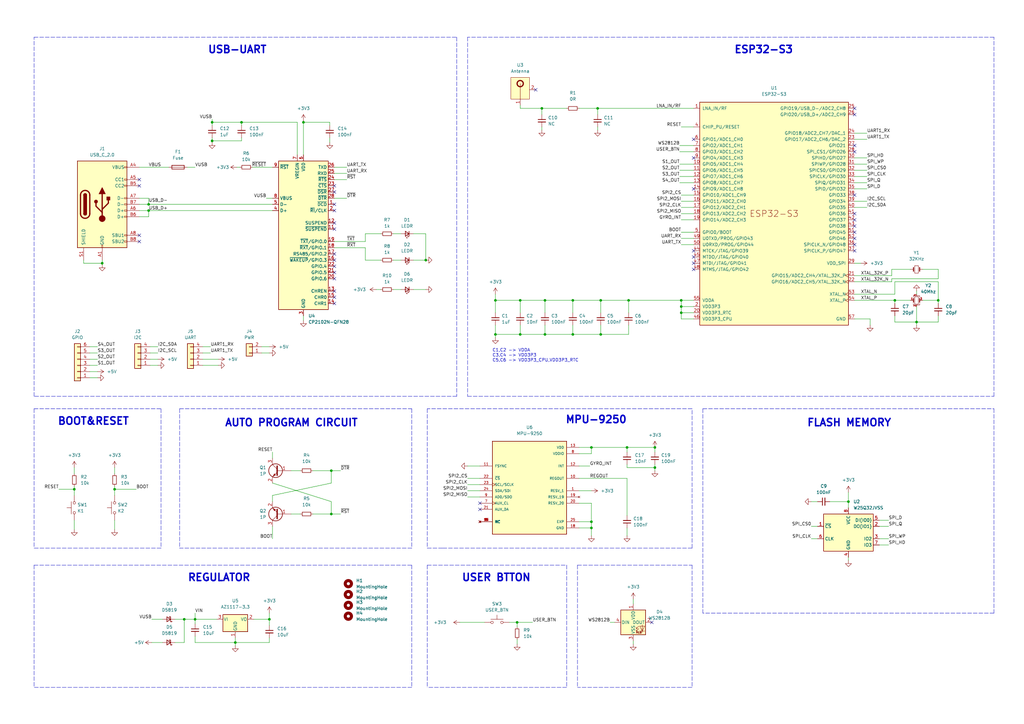
<source format=kicad_sch>
(kicad_sch (version 20211123) (generator eeschema)
  (paper "A3")
  (title_block (date "2022-11-17"))
  (junction (at 223.52 137.16))
  (junction (at 223.52 123.19))
  (junction (at 242.57 213.995))
  (junction (at 41.91 107.95))
  (junction (at 268.605 191.77))
  (junction (at 213.36 123.19))
  (junction (at 279.4 128.27))
  (junction (at 268.605 183.515))
  (junction (at 213.36 137.16))
  (junction (at 384.81 123.19))
  (junction (at 46.99 200.66))
  (junction (at 86.995 50.165))
  (junction (at 80.01 254))
  (junction (at 135.89 210.82))
  (junction (at 124.46 50.165))
  (junction (at 110.49 254))
  (junction (at 375.92 132.08))
  (junction (at 257.175 183.515))
  (junction (at 279.4 123.19))
  (junction (at 99.06 50.165))
  (junction (at 203.2 137.16))
  (junction (at 367.03 123.19))
  (junction (at 135.89 193.04))
  (junction (at 30.48 200.66))
  (junction (at 234.95 123.19))
  (junction (at 246.38 123.19))
  (junction (at 279.4 125.73))
  (junction (at 86.995 57.785))
  (junction (at 246.38 137.16))
  (junction (at 203.2 123.19))
  (junction (at 174.625 106.68))
  (junction (at 347.98 205.74))
  (junction (at 242.57 216.535))
  (junction (at 234.95 137.16))
  (junction (at 242.57 183.515))
  (junction (at 212.09 255.27))
  (junction (at 96.52 263.525))
  (junction (at 60.96 83.82))
  (junction (at 245.11 44.45))
  (junction (at 75.565 254))
  (junction (at 257.81 123.19))
  (junction (at 60.96 86.36))
  (junction (at 222.25 44.45))
  (no_connect (at 219.71 36.83))
  (no_connect (at 284.48 102.87))
  (no_connect (at 284.48 105.41))
  (no_connect (at 284.48 107.95))
  (no_connect (at 284.48 110.49))
  (no_connect (at 267.335 255.27))
  (no_connect (at 284.48 77.47))
  (no_connect (at 284.48 64.77))
  (no_connect (at 284.48 57.15))
  (no_connect (at 350.52 87.63))
  (no_connect (at 350.52 80.01))
  (no_connect (at 350.52 90.17))
  (no_connect (at 350.52 92.71))
  (no_connect (at 350.52 62.23))
  (no_connect (at 350.52 59.69))
  (no_connect (at 350.52 44.45))
  (no_connect (at 350.52 46.99))
  (no_connect (at 196.85 206.375))
  (no_connect (at 196.85 208.915))
  (no_connect (at 137.16 91.44))
  (no_connect (at 137.16 93.98))
  (no_connect (at 137.16 76.2))
  (no_connect (at 137.16 78.74))
  (no_connect (at 350.52 100.33))
  (no_connect (at 350.52 102.87))
  (no_connect (at 350.52 97.79))
  (no_connect (at 350.52 95.25))
  (no_connect (at 137.16 104.14))
  (no_connect (at 137.16 106.68))
  (no_connect (at 137.16 109.22))
  (no_connect (at 137.16 111.76))
  (no_connect (at 137.16 114.3))
  (no_connect (at 137.16 119.38))
  (no_connect (at 137.16 121.92))
  (no_connect (at 137.16 124.46))
  (no_connect (at 57.15 76.2))
  (no_connect (at 57.15 73.66))
  (no_connect (at 57.15 96.52))
  (no_connect (at 57.15 99.06))
  (no_connect (at 137.16 83.82))
  (no_connect (at 137.16 86.36))
  (wire (pts (xy 384.81 123.19) (xy 384.81 124.46)))
  (wire (pts (xy 367.03 132.08) (xy 375.92 132.08)))
  (wire (pts (xy 278.765 74.93) (xy 284.48 74.93)))
  (wire (pts (xy 350.52 57.15) (xy 355.6 57.15)))
  (wire (pts (xy 46.99 200.66) (xy 46.99 203.2)))
  (wire (pts (xy 191.77 196.215) (xy 196.85 196.215)))
  (wire (pts (xy 57.15 81.28) (xy 60.96 81.28)))
  (polyline (pts (xy 66.04 224.79) (xy 13.97 224.79)))
  (wire (pts (xy 384.81 115.57) (xy 384.81 123.19)))
  (wire (pts (xy 350.52 82.55) (xy 355.6 82.55)))
  (wire (pts (xy 76.835 68.58) (xy 80.01 68.58)))
  (wire (pts (xy 61.595 147.32) (xy 64.77 147.32)))
  (wire (pts (xy 332.74 220.98) (xy 335.28 220.98)))
  (wire (pts (xy 268.605 190.5) (xy 268.605 191.77)))
  (wire (pts (xy 57.15 88.9) (xy 60.96 88.9)))
  (wire (pts (xy 46.99 200.66) (xy 55.88 200.66)))
  (wire (pts (xy 356.87 130.81) (xy 356.87 133.35)))
  (wire (pts (xy 373.38 110.49) (xy 365.76 110.49)))
  (wire (pts (xy 257.175 211.455) (xy 257.175 196.215)))
  (wire (pts (xy 213.36 133.35) (xy 213.36 137.16)))
  (wire (pts (xy 99.06 50.165) (xy 99.06 51.435)))
  (wire (pts (xy 257.175 216.535) (xy 257.175 219.71)))
  (wire (pts (xy 375.92 119.38) (xy 375.92 120.65)))
  (wire (pts (xy 223.52 123.19) (xy 223.52 128.27)))
  (polyline (pts (xy 175.26 231.775) (xy 232.41 231.775)))
  (wire (pts (xy 135.255 50.165) (xy 135.255 51.435)))
  (polyline (pts (xy 168.91 281.94) (xy 13.97 281.94)))
  (wire (pts (xy 97.155 68.58) (xy 98.425 68.58)))
  (wire (pts (xy 30.48 213.36) (xy 30.48 217.17)))
  (polyline (pts (xy 175.26 224.79) (xy 181.61 224.79)))
  (wire (pts (xy 107.315 142.24) (xy 110.49 142.24)))
  (wire (pts (xy 350.52 130.81) (xy 356.87 130.81)))
  (wire (pts (xy 30.48 199.39) (xy 30.48 200.66)))
  (wire (pts (xy 99.06 57.785) (xy 86.995 57.785)))
  (wire (pts (xy 103.505 68.58) (xy 111.76 68.58)))
  (wire (pts (xy 268.605 191.77) (xy 268.605 193.04)))
  (polyline (pts (xy 181.61 224.79) (xy 283.845 224.79)))
  (wire (pts (xy 232.41 44.45) (xy 222.25 44.45)))
  (wire (pts (xy 36.83 149.86) (xy 40.005 149.86)))
  (polyline (pts (xy 236.855 231.775) (xy 283.845 231.775)))
  (wire (pts (xy 365.76 114.3) (xy 384.81 114.3)))
  (wire (pts (xy 86.995 50.165) (xy 86.995 51.435)))
  (wire (pts (xy 161.29 95.885) (xy 164.465 95.885)))
  (wire (pts (xy 213.36 123.19) (xy 213.36 128.27)))
  (wire (pts (xy 367.03 123.19) (xy 367.03 124.46)))
  (wire (pts (xy 111.76 187.96) (xy 111.76 185.42)))
  (wire (pts (xy 350.52 120.65) (xy 367.03 120.65)))
  (wire (pts (xy 347.98 205.74) (xy 347.98 208.28)))
  (wire (pts (xy 128.27 193.04) (xy 135.89 193.04)))
  (wire (pts (xy 237.49 191.135) (xy 241.935 191.135)))
  (wire (pts (xy 188.595 255.27) (xy 198.755 255.27)))
  (wire (pts (xy 62.23 263.525) (xy 66.675 263.525)))
  (wire (pts (xy 237.49 44.45) (xy 245.11 44.45)))
  (wire (pts (xy 279.4 128.27) (xy 284.48 128.27)))
  (wire (pts (xy 149.86 101.6) (xy 137.16 101.6)))
  (polyline (pts (xy 232.41 281.94) (xy 175.26 281.94)))
  (wire (pts (xy 242.57 186.055) (xy 242.57 183.515)))
  (wire (pts (xy 169.545 106.68) (xy 174.625 106.68)))
  (polyline (pts (xy 288.29 167.64) (xy 288.29 251.46)))
  (wire (pts (xy 257.81 123.19) (xy 279.4 123.19)))
  (wire (pts (xy 208.915 255.27) (xy 212.09 255.27)))
  (wire (pts (xy 86.995 48.895) (xy 86.995 50.165)))
  (wire (pts (xy 350.52 107.95) (xy 353.06 107.95)))
  (wire (pts (xy 111.76 198.12) (xy 135.89 205.74)))
  (polyline (pts (xy 236.855 231.775) (xy 236.855 281.94)))
  (wire (pts (xy 242.57 206.375) (xy 242.57 213.995)))
  (wire (pts (xy 149.86 99.06) (xy 149.86 95.885)))
  (wire (pts (xy 123.19 210.82) (xy 119.38 210.82)))
  (wire (pts (xy 279.4 82.55) (xy 284.48 82.55)))
  (wire (pts (xy 242.57 216.535) (xy 242.57 219.71)))
  (polyline (pts (xy 191.77 162.56) (xy 407.67 162.56)))
  (wire (pts (xy 169.545 95.885) (xy 174.625 95.885)))
  (wire (pts (xy 191.77 198.755) (xy 196.85 198.755)))
  (wire (pts (xy 350.52 69.85) (xy 355.6 69.85)))
  (wire (pts (xy 350.52 74.93) (xy 355.6 74.93)))
  (polyline (pts (xy 407.67 15.24) (xy 191.77 15.24)))
  (wire (pts (xy 332.74 215.9) (xy 335.28 215.9)))
  (wire (pts (xy 222.25 44.45) (xy 222.25 46.99)))
  (wire (pts (xy 223.52 123.19) (xy 234.95 123.19)))
  (wire (pts (xy 279.4 125.73) (xy 279.4 123.19)))
  (wire (pts (xy 24.13 200.66) (xy 30.48 200.66)))
  (wire (pts (xy 373.38 123.19) (xy 367.03 123.19)))
  (wire (pts (xy 222.25 52.07) (xy 222.25 53.34)))
  (wire (pts (xy 110.49 256.54) (xy 110.49 254)))
  (wire (pts (xy 111.76 203.2) (xy 135.89 198.12)))
  (wire (pts (xy 242.57 183.515) (xy 257.175 183.515)))
  (wire (pts (xy 245.11 44.45) (xy 245.11 46.99)))
  (wire (pts (xy 279.4 97.79) (xy 284.48 97.79)))
  (polyline (pts (xy 13.97 15.24) (xy 187.325 15.24)))
  (wire (pts (xy 279.4 128.27) (xy 279.4 125.73)))
  (wire (pts (xy 350.52 67.31) (xy 355.6 67.31)))
  (wire (pts (xy 257.175 190.5) (xy 257.175 191.77)))
  (wire (pts (xy 237.49 216.535) (xy 242.57 216.535)))
  (wire (pts (xy 350.52 77.47) (xy 355.6 77.47)))
  (wire (pts (xy 350.52 115.57) (xy 365.76 115.57)))
  (polyline (pts (xy 168.91 231.775) (xy 168.91 281.94)))
  (wire (pts (xy 80.01 260.985) (xy 80.01 263.525)))
  (wire (pts (xy 75.565 254) (xy 80.01 254)))
  (wire (pts (xy 128.27 210.82) (xy 135.89 210.82)))
  (wire (pts (xy 246.38 123.19) (xy 257.81 123.19)))
  (polyline (pts (xy 407.67 251.46) (xy 288.29 251.46)))
  (polyline (pts (xy 168.91 167.64) (xy 168.91 224.79)))
  (wire (pts (xy 347.98 201.93) (xy 347.98 205.74)))
  (wire (pts (xy 34.29 107.95) (xy 41.91 107.95)))
  (wire (pts (xy 203.2 123.19) (xy 213.36 123.19)))
  (wire (pts (xy 107.315 144.78) (xy 110.49 144.78)))
  (wire (pts (xy 203.2 120.65) (xy 203.2 123.19)))
  (wire (pts (xy 278.765 72.39) (xy 284.48 72.39)))
  (polyline (pts (xy 187.325 162.56) (xy 13.97 162.56)))
  (wire (pts (xy 161.29 118.745) (xy 164.465 118.745)))
  (polyline (pts (xy 232.41 231.775) (xy 232.41 281.94)))
  (wire (pts (xy 137.16 81.28) (xy 142.24 81.28)))
  (wire (pts (xy 137.16 71.12) (xy 142.24 71.12)))
  (wire (pts (xy 257.175 183.515) (xy 257.175 185.42)))
  (wire (pts (xy 83.185 149.86) (xy 89.535 149.86)))
  (wire (pts (xy 279.4 85.09) (xy 284.48 85.09)))
  (wire (pts (xy 34.29 106.68) (xy 34.29 107.95)))
  (polyline (pts (xy 187.325 15.24) (xy 187.325 162.56)))
  (wire (pts (xy 110.49 261.62) (xy 110.49 263.525)))
  (wire (pts (xy 246.38 123.19) (xy 246.38 128.27)))
  (wire (pts (xy 149.86 95.885) (xy 156.21 95.885)))
  (wire (pts (xy 259.715 245.745) (xy 259.715 247.65)))
  (polyline (pts (xy 288.29 167.64) (xy 407.67 167.64)))
  (wire (pts (xy 257.81 137.16) (xy 246.38 137.16)))
  (polyline (pts (xy 13.97 162.56) (xy 13.97 15.24)))
  (wire (pts (xy 384.81 110.49) (xy 378.46 110.49)))
  (wire (pts (xy 83.185 144.78) (xy 86.36 144.78)))
  (wire (pts (xy 213.36 123.19) (xy 223.52 123.19)))
  (wire (pts (xy 111.76 215.9) (xy 111.76 220.98)))
  (wire (pts (xy 191.77 191.135) (xy 196.85 191.135)))
  (wire (pts (xy 350.52 72.39) (xy 355.6 72.39)))
  (wire (pts (xy 86.995 56.515) (xy 86.995 57.785)))
  (wire (pts (xy 137.16 99.06) (xy 149.86 99.06)))
  (wire (pts (xy 212.09 255.27) (xy 212.09 257.175)))
  (wire (pts (xy 279.4 80.01) (xy 284.48 80.01)))
  (wire (pts (xy 57.15 86.36) (xy 60.96 86.36)))
  (wire (pts (xy 237.49 206.375) (xy 242.57 206.375)))
  (wire (pts (xy 46.99 191.77) (xy 46.99 194.31)))
  (wire (pts (xy 237.49 183.515) (xy 242.57 183.515)))
  (wire (pts (xy 250.19 255.27) (xy 252.095 255.27)))
  (wire (pts (xy 279.4 87.63) (xy 284.48 87.63)))
  (wire (pts (xy 350.52 54.61) (xy 355.6 54.61)))
  (wire (pts (xy 223.52 133.35) (xy 223.52 137.16)))
  (wire (pts (xy 99.06 50.165) (xy 121.92 50.165)))
  (wire (pts (xy 284.48 130.81) (xy 279.4 130.81)))
  (wire (pts (xy 135.89 193.04) (xy 135.89 198.12)))
  (wire (pts (xy 278.765 62.23) (xy 284.48 62.23)))
  (polyline (pts (xy 283.845 167.64) (xy 175.26 167.64)))
  (wire (pts (xy 279.4 95.25) (xy 284.48 95.25)))
  (wire (pts (xy 60.96 83.82) (xy 111.76 83.82)))
  (wire (pts (xy 30.48 191.77) (xy 30.48 194.31)))
  (wire (pts (xy 234.95 123.19) (xy 234.95 128.27)))
  (wire (pts (xy 203.2 133.35) (xy 203.2 137.16)))
  (polyline (pts (xy 175.26 231.775) (xy 175.26 281.94)))
  (wire (pts (xy 257.175 196.215) (xy 237.49 196.215)))
  (wire (pts (xy 46.99 199.39) (xy 46.99 200.66)))
  (wire (pts (xy 46.99 213.36) (xy 46.99 217.17)))
  (wire (pts (xy 360.68 215.9) (xy 364.49 215.9)))
  (wire (pts (xy 60.96 86.36) (xy 111.76 86.36)))
  (wire (pts (xy 96.52 263.525) (xy 96.52 264.795)))
  (wire (pts (xy 279.4 100.33) (xy 284.48 100.33)))
  (wire (pts (xy 350.52 64.77) (xy 355.6 64.77)))
  (wire (pts (xy 36.83 142.24) (xy 40.005 142.24)))
  (wire (pts (xy 57.15 68.58) (xy 69.215 68.58)))
  (polyline (pts (xy 283.845 281.94) (xy 236.855 281.94)))
  (wire (pts (xy 71.755 263.525) (xy 75.565 263.525)))
  (wire (pts (xy 86.995 57.785) (xy 86.995 58.42)))
  (wire (pts (xy 80.01 254) (xy 88.9 254)))
  (polyline (pts (xy 13.97 167.64) (xy 66.04 167.64)))
  (wire (pts (xy 279.4 52.07) (xy 284.48 52.07)))
  (wire (pts (xy 60.96 81.28) (xy 60.96 83.82)))
  (wire (pts (xy 212.09 262.255) (xy 212.09 264.16)))
  (wire (pts (xy 367.03 115.57) (xy 384.81 115.57)))
  (wire (pts (xy 360.68 213.36) (xy 364.49 213.36)))
  (wire (pts (xy 135.255 56.515) (xy 135.255 58.42)))
  (wire (pts (xy 119.38 193.04) (xy 123.19 193.04)))
  (wire (pts (xy 139.7 193.04) (xy 135.89 193.04)))
  (wire (pts (xy 365.76 115.57) (xy 365.76 114.3)))
  (wire (pts (xy 86.995 50.165) (xy 99.06 50.165)))
  (wire (pts (xy 139.7 210.82) (xy 135.89 210.82)))
  (wire (pts (xy 137.16 73.66) (xy 142.24 73.66)))
  (wire (pts (xy 332.74 205.74) (xy 335.28 205.74)))
  (wire (pts (xy 365.76 113.03) (xy 350.52 113.03)))
  (wire (pts (xy 384.81 132.08) (xy 375.92 132.08)))
  (wire (pts (xy 83.185 147.32) (xy 89.535 147.32)))
  (wire (pts (xy 191.77 201.295) (xy 196.85 201.295)))
  (polyline (pts (xy 175.26 167.64) (xy 175.26 224.79)))
  (polyline (pts (xy 66.04 167.64) (xy 66.04 224.79)))
  (wire (pts (xy 149.86 106.68) (xy 149.86 101.6)))
  (polyline (pts (xy 13.97 167.64) (xy 13.97 224.79)))
  (wire (pts (xy 62.23 254) (xy 66.675 254)))
  (wire (pts (xy 245.11 44.45) (xy 284.48 44.45)))
  (wire (pts (xy 36.83 152.4) (xy 40.005 152.4)))
  (wire (pts (xy 213.36 137.16) (xy 203.2 137.16)))
  (wire (pts (xy 234.95 137.16) (xy 223.52 137.16)))
  (wire (pts (xy 278.765 67.31) (xy 284.48 67.31)))
  (wire (pts (xy 279.4 90.17) (xy 284.48 90.17)))
  (wire (pts (xy 110.49 251.46) (xy 110.49 254)))
  (wire (pts (xy 245.11 52.07) (xy 245.11 53.34)))
  (wire (pts (xy 80.01 251.46) (xy 80.01 254)))
  (wire (pts (xy 124.46 49.53) (xy 124.46 50.165)))
  (wire (pts (xy 278.765 59.69) (xy 284.48 59.69)))
  (wire (pts (xy 41.91 107.95) (xy 41.91 108.585)))
  (wire (pts (xy 375.92 132.08) (xy 375.92 133.35)))
  (wire (pts (xy 75.565 263.525) (xy 75.565 254)))
  (wire (pts (xy 110.49 263.525) (xy 96.52 263.525)))
  (wire (pts (xy 121.92 50.165) (xy 121.92 63.5)))
  (wire (pts (xy 367.03 129.54) (xy 367.03 132.08)))
  (polyline (pts (xy 283.845 231.775) (xy 283.845 281.94)))
  (wire (pts (xy 237.49 213.995) (xy 242.57 213.995)))
  (wire (pts (xy 360.68 220.98) (xy 364.49 220.98)))
  (wire (pts (xy 246.38 133.35) (xy 246.38 137.16)))
  (wire (pts (xy 259.715 262.89) (xy 259.715 264.16)))
  (wire (pts (xy 124.46 129.54) (xy 124.46 131.445)))
  (wire (pts (xy 279.4 130.81) (xy 279.4 128.27)))
  (wire (pts (xy 109.22 81.28) (xy 111.76 81.28)))
  (wire (pts (xy 110.49 254) (xy 104.14 254)))
  (wire (pts (xy 57.15 83.82) (xy 60.96 83.82)))
  (wire (pts (xy 279.4 123.19) (xy 284.48 123.19)))
  (wire (pts (xy 257.81 133.35) (xy 257.81 137.16)))
  (wire (pts (xy 340.36 205.74) (xy 347.98 205.74)))
  (wire (pts (xy 212.09 255.27) (xy 218.44 255.27)))
  (wire (pts (xy 203.2 123.19) (xy 203.2 128.27)))
  (wire (pts (xy 174.625 95.885) (xy 174.625 106.68)))
  (wire (pts (xy 347.98 228.6) (xy 347.98 229.87)))
  (wire (pts (xy 111.76 205.74) (xy 111.76 203.2)))
  (wire (pts (xy 384.81 114.3) (xy 384.81 110.49)))
  (wire (pts (xy 36.83 144.78) (xy 40.005 144.78)))
  (wire (pts (xy 375.92 125.73) (xy 375.92 132.08)))
  (wire (pts (xy 135.89 205.74) (xy 135.89 210.82)))
  (wire (pts (xy 268.605 183.515) (xy 268.605 185.42)))
  (wire (pts (xy 350.52 123.19) (xy 367.03 123.19)))
  (wire (pts (xy 96.52 261.62) (xy 96.52 263.525)))
  (wire (pts (xy 384.81 129.54) (xy 384.81 132.08)))
  (wire (pts (xy 80.01 254) (xy 80.01 255.905)))
  (wire (pts (xy 71.755 254) (xy 75.565 254)))
  (wire (pts (xy 61.595 149.86) (xy 64.77 149.86)))
  (wire (pts (xy 61.595 144.78) (xy 64.77 144.78)))
  (polyline (pts (xy 13.97 231.775) (xy 168.91 231.775)))
  (wire (pts (xy 161.29 106.68) (xy 164.465 106.68)))
  (wire (pts (xy 257.175 191.77) (xy 268.605 191.77)))
  (wire (pts (xy 99.06 56.515) (xy 99.06 57.785)))
  (wire (pts (xy 234.95 123.19) (xy 246.38 123.19)))
  (wire (pts (xy 360.68 223.52) (xy 364.49 223.52)))
  (wire (pts (xy 222.25 44.45) (xy 213.36 44.45)))
  (polyline (pts (xy 407.67 162.56) (xy 407.67 15.24)))
  (wire (pts (xy 257.81 123.19) (xy 257.81 128.27)))
  (polyline (pts (xy 407.67 167.64) (xy 407.67 251.46)))
  (wire (pts (xy 257.175 183.515) (xy 268.605 183.515)))
  (polyline (pts (xy 73.66 167.64) (xy 73.66 224.79)))
  (wire (pts (xy 279.4 125.73) (xy 284.48 125.73)))
  (wire (pts (xy 36.83 154.94) (xy 40.005 154.94)))
  (wire (pts (xy 223.52 137.16) (xy 213.36 137.16)))
  (wire (pts (xy 124.46 50.165) (xy 135.255 50.165)))
  (wire (pts (xy 367.03 120.65) (xy 367.03 115.57)))
  (wire (pts (xy 83.185 142.24) (xy 86.36 142.24)))
  (wire (pts (xy 278.765 69.85) (xy 284.48 69.85)))
  (wire (pts (xy 36.83 147.32) (xy 40.005 147.32)))
  (wire (pts (xy 156.21 106.68) (xy 149.86 106.68)))
  (wire (pts (xy 169.545 118.745) (xy 174.625 118.745)))
  (wire (pts (xy 137.16 68.58) (xy 142.24 68.58)))
  (polyline (pts (xy 283.845 224.79) (xy 283.845 167.64)))
  (wire (pts (xy 365.76 110.49) (xy 365.76 113.03)))
  (wire (pts (xy 80.01 263.525) (xy 96.52 263.525)))
  (wire (pts (xy 30.48 200.66) (xy 30.48 203.2)))
  (wire (pts (xy 242.57 213.995) (xy 242.57 216.535)))
  (wire (pts (xy 61.595 142.24) (xy 64.77 142.24)))
  (polyline (pts (xy 168.91 224.79) (xy 73.66 224.79)))
  (wire (pts (xy 191.77 203.835) (xy 196.85 203.835)))
  (wire (pts (xy 350.52 85.09) (xy 355.6 85.09)))
  (wire (pts (xy 246.38 137.16) (xy 234.95 137.16)))
  (wire (pts (xy 124.46 50.165) (xy 124.46 63.5)))
  (polyline (pts (xy 13.97 231.775) (xy 13.97 281.94)))
  (polyline (pts (xy 191.77 15.24) (xy 191.77 162.56)))
  (polyline (pts (xy 73.66 167.64) (xy 168.91 167.64)))
  (wire (pts (xy 237.49 186.055) (xy 242.57 186.055)))
  (wire (pts (xy 237.49 201.295) (xy 242.57 201.295)))
  (wire (pts (xy 213.36 44.45) (xy 213.36 43.18)))
  (wire (pts (xy 154.305 118.745) (xy 156.21 118.745)))
  (wire (pts (xy 41.91 106.68) (xy 41.91 107.95)))
  (wire (pts (xy 378.46 123.19) (xy 384.81 123.19)))
  (wire (pts (xy 60.96 88.9) (xy 60.96 86.36)))
  (wire (pts (xy 203.2 137.16) (xy 203.2 138.43)))
  (wire (pts (xy 234.95 133.35) (xy 234.95 137.16)))
  (text "FLASH MEMORY" (at 330.835 175.26 0) (effects (font (size 3 3) bold) (justify left bottom)))
  (text "USB-UART" (at 85.09 22.225 0) (effects (font (size 3 3) bold) (justify left bottom)))
  (text "AUTO PROGRAM CIRCUIT" (at 92.075 175.26 0) (effects (font (size 3 3) bold) (justify left bottom)))
  (text "BOOT&RESET" (at 23.495 174.625 0) (effects (font (size 3 3) bold) (justify left bottom)))
  (text "ESP32-S3" (at 300.99 22.225 0) (effects (font (size 3 3) bold) (justify left bottom)))
  (text "C1,C2 -> VDDA\nC3,C4 -> VDD3P3\nC5,C6 -> VDD3P3_CPU,VDD3P3_RTC" (at 201.93 148.59 0) (effects (font (size 1.27 1.27)) (justify left bottom)))
  (text "MPU-9250" (at 231.775 173.99 0) (effects (font (size 3 3) bold) (justify left bottom)))
  (text "USER BTTON" (at 189.23 238.76 0) (effects (font (size 3 3) (thickness 0.6) bold) (justify left bottom)))
  (text "REGULATOR" (at 76.835 238.76 0) (effects (font (size 3 3) bold) (justify left bottom)))
  (label "S3_OUT" (at 40.005 144.78 0))
  (label "XTAL_P" (at 353.06 123.19 0))
  (label "SPI2_MISO" (at 191.77 203.835 180))
  (label "VUSB" (at 62.23 254 180))
  (label "~{RXT}" (at 142.24 101.6 0))
  (label "GYRO_INT" (at 279.4 90.17 180))
  (label "~{DTR}" (at 139.7 193.04 0))
  (label "SPI_D" (at 364.49 213.36 0))
  (label "LNA_IN{slash}RF" (at 279.4 44.45 180))
  (label "S1_OUT" (at 278.765 67.31 180))
  (label "~{DTR}" (at 142.24 81.28 0))
  (label "S2_OUT" (at 40.005 147.32 0))
  (label "S4_OUT" (at 40.005 142.24 0))
  (label "~{RESET}" (at 109.22 68.58 180))
  (label "UART_RX" (at 279.4 97.79 180))
  (label "UART1_TX" (at 355.6 57.15 0))
  (label "USB_D+" (at 60.96 86.36 0))
  (label "XTAL_32K_N" (at 353.06 115.57 0))
  (label "BOOT" (at 279.4 95.25 180))
  (label "USER_BTN" (at 218.44 255.27 0))
  (label "S3_OUT" (at 278.765 72.39 180))
  (label "VIN" (at 80.01 251.46 0))
  (label "SPI_CS0" (at 355.6 69.85 0))
  (label "I2C_SDA" (at 64.77 142.24 0))
  (label "~{TXT}" (at 142.24 99.06 0))
  (label "UART1_RX" (at 355.6 54.61 0))
  (label "SPI_CLK" (at 332.74 220.98 180))
  (label "SPI2_CLK" (at 191.77 198.755 180))
  (label "I2C_SCL" (at 355.6 82.55 0))
  (label "WS2812B" (at 250.19 255.27 180))
  (label "VBUS" (at 60.96 68.58 0))
  (label "SPI_Q" (at 364.49 215.9 0))
  (label "SPI_WP" (at 364.49 220.98 0))
  (label "UART_TX" (at 142.24 68.58 0))
  (label "RESET" (at 111.76 185.42 180))
  (label "VUSB" (at 109.22 81.28 180))
  (label "BOOT" (at 111.76 220.98 180))
  (label "~{RST}" (at 142.24 73.66 0))
  (label "UART1_RX" (at 86.36 142.24 0))
  (label "UART1_TX" (at 86.36 144.78 0))
  (label "XTAL_32K_P" (at 353.06 113.03 0))
  (label "SPI2_CS" (at 191.77 196.215 180))
  (label "GYRO_INT" (at 241.935 191.135 0))
  (label "SPI_CS0" (at 332.74 215.9 180))
  (label "XTAL_N" (at 353.06 120.65 0))
  (label "SPI_HD" (at 364.49 223.52 0))
  (label "UART_TX" (at 279.4 100.33 180))
  (label "SPI2_MOSI" (at 191.77 201.295 180))
  (label "SPI_CLK" (at 355.6 72.39 0))
  (label "USER_BTN" (at 278.765 62.23 180))
  (label "~{RST}" (at 139.7 210.82 0))
  (label "SPI_D" (at 355.6 77.47 0))
  (label "SPI2_MOSI" (at 279.4 82.55 180))
  (label "I2C_SCL" (at 64.77 144.78 0))
  (label "I2C_SDA" (at 355.6 85.09 0))
  (label "BOOT" (at 55.88 200.66 0))
  (label "USB_D-" (at 60.96 83.185 0))
  (label "SPI_Q" (at 355.6 74.93 0))
  (label "REGOUT" (at 241.935 196.215 0))
  (label "SPI_HD" (at 355.6 64.77 0))
  (label "RESET" (at 279.4 52.07 180))
  (label "SPI2_CLK" (at 279.4 85.09 180))
  (label "S2_OUT" (at 278.765 69.85 180))
  (label "SPI2_MISO" (at 279.4 87.63 180))
  (label "S1_OUT" (at 40.005 149.86 0))
  (label "SPI2_CS" (at 279.4 80.01 180))
  (label "VUSB" (at 86.995 48.895 180))
  (label "UART_RX" (at 142.24 71.12 0))
  (label "SPI_WP" (at 355.6 67.31 0))
  (label "RESET" (at 24.13 200.66 180))
  (label "VUSB" (at 80.01 68.58 0))
  (label "S4_OUT" (at 278.765 74.93 180))
  (label "WS2812B" (at 278.765 59.69 180))
  (symbol (lib_id "Device:D_Schottky_Small") (at 69.215 254 180) (unit 1)
    (property "Reference" "D3" (at 69.469 247.65 0))
    (property "Value" "D5819" (at 69.469 250.19 0))
    (property "Footprint" "Diode_SMD:D_SOD-123" (effects hide))
  )
  (symbol (lib_id "Device:R_Small") (at 158.75 95.885 270) (unit 1)
    (property "Reference" "R7" (at 158.75 90.17 90))
    (property "Value" "1k" (at 158.75 92.71 90))
    (property "Footprint" "Resistor_SMD:R_0603_1608Metric" (effects hide))
  )
  (symbol (lib_id "Antenna:Antenna") (at 213.36 36.83 0) (unit 1)
    (property "Reference" "U3" (at 213.36 26.67 0))
    (property "Value" "Antenna" (at 213.36 29.21 0))
    (property "Footprint" "Antenna:Antenna" (effects hide))
  )
  (symbol (lib_id "power:GND") (at 222.25 53.34 0) (unit 1)
    (property "Reference" "#PWR010" (effects hide))
    (property "Value" "GND" (effects hide))
  )
  (symbol (lib_id "Device:C_Small") (at 110.49 259.08 0) (unit 1)
    (property "Reference" "C16" (at 113.665 257.8162 0) (effects (justify left)))
    (property "Value" "10uF" (at 113.665 260.3562 0) (effects (justify left)))
    (property "Footprint" "Capacitor_SMD:C_0805_2012Metric" (effects hide))
  )
  (symbol (lib_id "power:+5V") (at 62.23 263.525 90) (unit 1)
    (property "Reference" "#PWR024" (effects hide))
    (property "Value" "+5V" (at 59.055 263.5249 90) (effects (justify left)))
  )
  (symbol (lib_id "Device:C_Small") (at 80.01 258.445 0) (unit 1)
    (property "Reference" "C15" (at 83.185 257.1812 0) (effects (justify left)))
    (property "Value" "10uF" (at 83.185 259.7212 0) (effects (justify left)))
    (property "Footprint" "Capacitor_SMD:C_0805_2012Metric" (effects hide))
  )
  (symbol (lib_id "Device:C_Small") (at 257.175 213.995 180) (unit 1)
    (property "Reference" "C18" (at 259.715 212.7185 0) (effects (justify right)))
    (property "Value" "100nF" (at 259.715 215.2585 0) (effects (justify right)))
    (property "Footprint" "Capacitor_SMD:C_0603_1608Metric" (effects hide))
  )
  (symbol (lib_id "Device:R_Small") (at 46.99 196.85 180) (unit 1)
    (property "Reference" "R3" (at 49.53 195.5799 0) (effects (justify right)))
    (property "Value" "10k" (at 49.53 198.1199 0) (effects (justify right)))
    (property "Footprint" "Resistor_SMD:R_0603_1608Metric" (effects hide))
  )
  (symbol (lib_id "power:GND") (at 124.46 131.445 0) (unit 1)
    (property "Reference" "#PWR021" (effects hide))
    (property "Value" "GND" (effects hide))
  )
  (symbol (lib_id "power:GND") (at 257.175 219.71 0) (unit 1)
    (property "Reference" "#PWR029" (effects hide))
    (property "Value" "GND" (effects hide))
  )
  (symbol (lib_id "Device:C_Small") (at 135.255 53.975 0) (unit 1)
    (property "Reference" "C14" (at 138.43 52.7112 0) (effects (justify left)))
    (property "Value" "100nF" (at 138.43 55.2512 0) (effects (justify left)))
    (property "Footprint" "Capacitor_SMD:C_0603_1608Metric" (effects hide))
  )
  (symbol (lib_id "power:+3.3V") (at 353.06 107.95 270) (unit 1)
    (property "Reference" "#PWR03" (effects hide))
    (property "Value" "+3.3V" (at 356.87 107.9499 90) (effects (justify left)))
  )
  (symbol (lib_id "Device:C_Small") (at 246.38 130.81 180) (unit 1)
    (property "Reference" "C5" (at 248.92 129.5335 0) (effects (justify right)))
    (property "Value" "100nF" (at 248.92 132.0735 0) (effects (justify right)))
    (property "Footprint" "Capacitor_SMD:C_0603_1608Metric" (effects hide))
  )
  (symbol (lib_id "Device:Fuse") (at 73.025 68.58 90) (unit 1)
    (property "Reference" "F1" (at 73.025 62.23 90))
    (property "Value" "Fuse" (at 73.025 64.77 90))
    (property "Footprint" "Fuse:Fuse_0805_2012Metric" (effects hide))
  )
  (symbol (lib_id "power:GND") (at 375.92 119.38 180) (unit 1)
    (property "Reference" "#PWR05" (effects hide))
    (property "Value" "GND" (effects hide))
  )
  (symbol (lib_id "power:+3.3V") (at 259.715 245.745 0) (unit 1)
    (property "Reference" "#PWR039" (effects hide))
    (property "Value" "+3.3V" (at 259.715 240.665 0))
  )
  (symbol (lib_id "power:+3.3V") (at 268.605 183.515 0) (unit 1)
    (property "Reference" "#PWR0101" (effects hide))
    (property "Value" "+3.3V" (at 268.605 178.435 0))
  )
  (symbol (lib_id "Device:R_Small") (at 158.75 118.745 270) (unit 1)
    (property "Reference" "R10" (at 158.75 113.03 90))
    (property "Value" "1k" (at 158.75 115.57 90))
    (property "Footprint" "Resistor_SMD:R_0603_1608Metric" (effects hide))
  )
  (symbol (lib_id "Device:R_Small") (at 30.48 196.85 180) (unit 1)
    (property "Reference" "R2" (at 33.02 195.5799 0) (effects (justify right)))
    (property "Value" "10k" (at 33.02 198.1199 0) (effects (justify right)))
    (property "Footprint" "Resistor_SMD:R_0603_1608Metric" (effects hide))
  )
  (symbol (lib_id "power:GND") (at 86.995 58.42 0) (unit 1)
    (property "Reference" "#PWR017" (effects hide))
    (property "Value" "GND" (effects hide))
  )
  (symbol (lib_id "power:GND") (at 96.52 264.795 0) (unit 1)
    (property "Reference" "#PWR025" (effects hide))
    (property "Value" "GND" (effects hide))
  )
  (symbol (lib_id "Mechanical:MountingHole") (at 142.875 248.285 0) (unit 1)
    (property "Reference" "H3" (at 146.05 247.0149 0) (effects (justify left)))
    (property "Value" "MountingHole" (at 146.05 249.5549 0) (effects (justify left)))
    (property "Footprint" "MountingHole:MountingHole_3mm_Pad" (effects hide))
  )
  (symbol (lib_id "Mechanical:MountingHole") (at 142.875 243.84 0) (unit 1)
    (property "Reference" "H2" (at 146.05 242.5699 0) (effects (justify left)))
    (property "Value" "MountingHole" (at 146.05 245.1099 0) (effects (justify left)))
    (property "Footprint" "MountingHole:MountingHole_3mm_Pad" (effects hide))
  )
  (symbol (lib_id "power:+5V") (at 89.535 147.32 270) (unit 1)
    (property "Reference" "#PWR041" (effects hide))
    (property "Value" "+5V" (at 93.345 147.3199 90) (effects (justify left)))
  )
  (symbol (lib_id "power:+3.3V") (at 124.46 49.53 0) (unit 1)
    (property "Reference" "#PWR019" (effects hide))
    (property "Value" "+3.3V" (at 124.46 44.45 0))
  )
  (symbol (lib_id "power:GND") (at 332.74 205.74 270) (unit 1)
    (property "Reference" "#PWR07" (effects hide))
    (property "Value" "GND" (effects hide))
  )
  (symbol (lib_id "power:GND") (at 135.255 58.42 0) (unit 1)
    (property "Reference" "#PWR020" (effects hide))
    (property "Value" "GND" (effects hide))
  )
  (symbol (lib_id "Device:R_Small") (at 125.73 210.82 270) (unit 1)
    (property "Reference" "R5" (at 125.73 204.47 90))
    (property "Value" "10k" (at 125.73 207.01 90))
    (property "Footprint" "Resistor_SMD:R_0603_1608Metric" (effects hide))
  )
  (symbol (lib_id "power:GND") (at 191.77 191.135 270) (unit 1)
    (property "Reference" "#PWR031" (effects hide))
    (property "Value" "GND" (effects hide))
  )
  (symbol (lib_id "Device:C_Small") (at 203.2 130.81 180) (unit 1)
    (property "Reference" "C1" (at 205.74 129.5335 0) (effects (justify right)))
    (property "Value" "1uF" (at 205.74 132.0735 0) (effects (justify right)))
    (property "Footprint" "Capacitor_SMD:C_0603_1608Metric" (effects hide))
  )
  (symbol (lib_id "Device:C_Small") (at 222.25 49.53 0) (unit 1)
    (property "Reference" "C10" (at 224.79 48.2662 0) (effects (justify left)))
    (property "Value" "NC" (at 224.79 50.8062 0) (effects (justify left)))
    (property "Footprint" "Capacitor_SMD:C_0603_1608Metric" (effects hide))
  )
  (symbol (lib_id "power:GND") (at 174.625 106.68 90) (unit 1)
    (property "Reference" "#PWR022" (effects hide))
    (property "Value" "GND" (effects hide))
  )
  (symbol (lib_id "power:+3.3V") (at 242.57 201.295 270) (unit 1)
    (property "Reference" "#PWR027" (effects hide))
    (property "Value" "+3.3V" (at 246.38 201.2949 90) (effects (justify left)))
  )
  (symbol (lib_id "Connector_Generic:Conn_01x04") (at 78.105 147.32 180) (unit 1)
    (property "Reference" "J5" (at 78.105 135.89 0))
    (property "Value" "UART" (at 78.105 138.43 0))
    (property "Footprint" "Connector_Molex:Molex_Pico-Clasp_202396-0407_1x04-1MP_P1.00mm_Horizontal" (effects hide))
  )
  (symbol (lib_id "LED:WS2812B") (at 259.715 255.27 0) (unit 1)
    (property "Reference" "D4" (at 270.51 250.9393 0))
    (property "Value" "WS2812B" (at 270.51 253.4793 0))
    (property "Footprint" "LED_SMD:LED_WS2812B_PLCC4_5.0x5.0mm_P3.2mm" (effects hide))
    (property "Datasheet" "https://cdn-shop.adafruit.com/datasheets/WS2812B.pdf" (effects hide))
  )
  (symbol (lib_id "Device:C_Small") (at 223.52 130.81 180) (unit 1)
    (property "Reference" "C3" (at 226.06 129.5335 0) (effects (justify right)))
    (property "Value" "100nF" (at 226.06 132.0735 0) (effects (justify right)))
    (property "Footprint" "Capacitor_SMD:C_0603_1608Metric" (effects hide))
  )
  (symbol (lib_id "Device:C_Small") (at 86.995 53.975 180) (unit 1)
    (property "Reference" "C12" (at 90.17 52.6985 0) (effects (justify right)))
    (property "Value" "1uF" (at 90.17 55.2385 0) (effects (justify right)))
    (property "Footprint" "Capacitor_SMD:C_0603_1608Metric" (effects hide))
  )
  (symbol (lib_id "Device:Crystal_GND24_Small") (at 375.92 123.19 0) (unit 1)
    (property "Reference" "Y2" (at 380.746 117.094 0))
    (property "Value" "40Mhz" (at 380.746 119.634 0))
    (property "Footprint" "Crystal:Crystal_SMD_3225-4Pin_3.2x2.5mm" (effects hide))
  )
  (symbol (lib_id "Espressif:ESP32-S3") (at 317.5 87.63 0) (unit 1)
    (property "Reference" "U1" (at 317.5 36.068 0))
    (property "Value" "ESP32-S3" (at 317.5 38.608 0))
    (property "Footprint" "Package_DFN_QFN:QFN-56-1EP_7x7mm_P0.4mm_EP5.6x5.6mm" (effects hide))
    (property "Datasheet" "https://www.espressif.com/sites/default/files/documentation/esp32-s3_datasheet_en.pdf" (effects hide))
  )
  (symbol (lib_id "Device:LED_Small") (at 167.005 106.68 180) (unit 1)
    (property "Reference" "D2" (at 166.9415 100.33 0))
    (property "Value" "LEDR" (at 166.9415 102.87 0))
    (property "Footprint" "LED_SMD:LED_0603_1608Metric" (effects hide))
  )
  (symbol (lib_id "power:GND") (at 64.77 149.86 90) (unit 1)
    (property "Reference" "#PWR034" (effects hide))
    (property "Value" "GND" (effects hide))
  )
  (symbol (lib_id "power:+3.3V") (at 30.48 191.77 0) (unit 1)
    (property "Reference" "#PWR012" (effects hide))
    (property "Value" "+3.3V" (at 30.48 186.69 0))
  )
  (symbol (lib_id "Device:R_Small") (at 100.965 68.58 90) (unit 1)
    (property "Reference" "R6" (at 100.965 62.865 90))
    (property "Value" "10k" (at 100.965 65.405 90))
    (property "Footprint" "Resistor_SMD:R_0603_1608Metric" (effects hide))
  )
  (symbol (lib_id "power:GND") (at 40.005 154.94 90) (unit 1)
    (property "Reference" "#PWR032" (effects hide))
    (property "Value" "GND" (effects hide))
  )
  (symbol (lib_id "Device:C_Small") (at 213.36 130.81 180) (unit 1)
    (property "Reference" "C2" (at 215.9 129.5335 0) (effects (justify right)))
    (property "Value" "10nF" (at 215.9 132.0735 0) (effects (justify right)))
    (property "Footprint" "Capacitor_SMD:C_0603_1608Metric" (effects hide))
  )
  (symbol (lib_id "Device:C_Small") (at 257.175 187.96 180) (unit 1)
    (property "Reference" "C17" (at 260.35 186.6835 0) (effects (justify right)))
    (property "Value" "10nF" (at 260.35 189.2235 0) (effects (justify right)))
    (property "Footprint" "Capacitor_SMD:C_0603_1608Metric" (effects hide))
  )
  (symbol (lib_id "Device:C_Small") (at 99.06 53.975 0) (unit 1)
    (property "Reference" "C13" (at 102.235 52.7112 0) (effects (justify left)))
    (property "Value" "100nF" (at 102.235 55.2512 0) (effects (justify left)))
    (property "Footprint" "Capacitor_SMD:C_0603_1608Metric" (effects hide))
  )
  (symbol (lib_id "Regulator_Linear:AZ1117-3.3") (at 96.52 254 0) (unit 1)
    (property "Reference" "U5" (at 96.52 246.38 0))
    (property "Value" "AZ1117-3.3" (at 96.52 248.92 0))
    (property "Footprint" "Package_TO_SOT_SMD:SOT-89-3" (effects hide))
    (property "Datasheet" "https://www.diodes.com/assets/Datasheets/AZ1117.pdf" (effects hide))
  )
  (symbol (lib_id "power:GND") (at 375.92 133.35 0) (unit 1)
    (property "Reference" "#PWR06" (effects hide))
    (property "Value" "GND" (effects hide))
  )
  (symbol (lib_id "power:GND") (at 242.57 219.71 0) (unit 1)
    (property "Reference" "#PWR028" (effects hide))
    (property "Value" "GND" (effects hide))
  )
  (symbol (lib_id "power:+3.3V") (at 110.49 251.46 0) (unit 1)
    (property "Reference" "#PWR026" (effects hide))
    (property "Value" "+3.3V" (at 110.49 246.38 0))
  )
  (symbol (lib_id "Device:C_Small") (at 384.81 127 0) (unit 1)
    (property "Reference" "C8" (at 387.858 125.7362 0) (effects (justify left)))
    (property "Value" "20pF" (at 387.858 128.2762 0) (effects (justify left)))
    (property "Footprint" "Capacitor_SMD:C_0603_1608Metric" (effects hide))
  )
  (symbol (lib_id "power:GND") (at 347.98 229.87 0) (unit 1)
    (property "Reference" "#PWR09" (effects hide))
    (property "Value" "GND" (effects hide))
  )
  (symbol (lib_id "power:GND") (at 268.605 193.04 0) (unit 1)
    (property "Reference" "#PWR030" (effects hide))
    (property "Value" "GND" (effects hide))
  )
  (symbol (lib_id "power:GND") (at 110.49 144.78 90) (unit 1)
    (property "Reference" "#PWR036" (effects hide))
    (property "Value" "GND" (effects hide))
  )
  (symbol (lib_id "Device:Q_NPN_BEC") (at 114.3 193.04 0) (mirror y) (unit 1)
    (property "Reference" "Q1" (at 109.22 191.7699 0) (effects (justify left)))
    (property "Value" "1P" (at 109.22 194.3099 0) (effects (justify left)))
    (property "Footprint" "Package_TO_SOT_SMD:SOT-23" (effects hide))
  )
  (symbol (lib_id "power:+5V") (at 110.49 142.24 270) (unit 1)
    (property "Reference" "#PWR035" (effects hide))
    (property "Value" "+5V" (at 114.3 142.2399 90) (effects (justify left)))
  )
  (symbol (lib_id "power:GND") (at 46.99 217.17 0) (unit 1)
    (property "Reference" "#PWR015" (effects hide))
    (property "Value" "GND" (effects hide))
  )
  (symbol (lib_id "power:+3.3V") (at 188.595 255.27 90) (unit 1)
    (property "Reference" "#PWR037" (effects hide))
    (property "Value" "+3.3V" (at 177.8 255.27 90) (effects (justify right)))
  )
  (symbol (lib_id "power:GND") (at 89.535 149.86 90) (unit 1)
    (property "Reference" "#PWR042" (effects hide))
    (property "Value" "GND" (effects hide))
  )
  (symbol (lib_id "Device:Crystal_Small") (at 375.92 110.49 180) (unit 1)
    (property "Reference" "Y1" (at 375.92 103.632 0))
    (property "Value" "32KHz" (at 375.92 106.172 0))
    (property "Footprint" "Crystal:Crystal_SMD_3215-2Pin_3.2x1.5mm" (effects hide))
  )
  (symbol (lib_id "Device:C_Small") (at 337.82 205.74 90) (unit 1)
    (property "Reference" "C9" (at 337.8263 199.39 90))
    (property "Value" "100nF" (at 337.8263 201.93 90))
    (property "Footprint" "Capacitor_SMD:C_0603_1608Metric" (effects hide))
  )
  (symbol (lib_id "Device:R_Small") (at 212.09 259.715 180) (unit 1)
    (property "Reference" "R9" (at 214.63 258.4449 0) (effects (justify right)))
    (property "Value" "10k" (at 214.63 260.9849 0) (effects (justify right)))
    (property "Footprint" "Resistor_SMD:R_0603_1608Metric" (effects hide))
  )
  (symbol (lib_id "Device:Q_NPN_BEC") (at 114.3 210.82 180) (unit 1)
    (property "Reference" "Q2" (at 109.22 209.5499 0) (effects (justify left)))
    (property "Value" "1P" (at 109.22 212.0899 0) (effects (justify left)))
    (property "Footprint" "Package_TO_SOT_SMD:SOT-23" (effects hide))
  )
  (symbol (lib_id "Connector:USB_C_Receptacle_USB2.0") (at 41.91 83.82 0) (unit 1)
    (property "Reference" "J1" (at 41.91 60.96 0))
    (property "Value" "USB_C_2.0" (at 41.91 63.5 0))
    (property "Footprint" "Connector_USB:USB_C_Receptacle_Palconn_UTC16-G" (effects hide))
    (property "Datasheet" "https://www.usb.org/sites/default/files/documents/usb_type-c.zip" (effects hide))
  )
  (symbol (lib_id "Connector_Generic:Conn_01x04") (at 56.515 147.32 180) (unit 1)
    (property "Reference" "J3" (at 56.515 135.89 0))
    (property "Value" "I2C" (at 56.515 138.43 0))
    (property "Footprint" "Connector_Molex:Molex_Pico-Clasp_202396-0407_1x04-1MP_P1.00mm_Horizontal" (effects hide))
  )
  (symbol (lib_id "power:+3.3V") (at 154.305 118.745 90) (unit 1)
    (property "Reference" "#PWR0102" (effects hide))
    (property "Value" "+3.3V" (at 144.78 118.745 90) (effects (justify right)))
  )
  (symbol (lib_id "power:GND") (at 212.09 264.16 0) (unit 1)
    (property "Reference" "#PWR038" (effects hide))
    (property "Value" "GND" (effects hide))
  )
  (symbol (lib_id "MPU-9250:MPU-9250") (at 217.17 201.295 0) (unit 1)
    (property "Reference" "U6" (at 217.17 175.26 0))
    (property "Value" "MPU-9250" (at 217.17 177.8 0))
    (property "Footprint" "MPU-9250:QFN40P300X300X105-25N" (effects hide))
    (property "MAXIMUM_PACKAGE_HEIGHT" "1.05 mm" (effects hide))
    (property "PARTREV" "1.1" (effects hide))
    (property "SNAPEDA_PN" "MPU-9250" (effects hide))
    (property "MANUFACTURER" "TDK InvenSense" (effects hide))
    (property "STANDARD" "IPC 7351B" (effects hide))
  )
  (symbol (lib_id "power:GND") (at 30.48 217.17 0) (unit 1)
    (property "Reference" "#PWR013" (effects hide))
    (property "Value" "GND" (effects hide))
  )
  (symbol (lib_id "Connector_Generic:Conn_01x02") (at 102.235 144.78 180) (unit 1)
    (property "Reference" "J4" (at 102.235 135.89 0))
    (property "Value" "PWR" (at 102.235 138.43 0))
    (property "Footprint" "Connector_Molex:Molex_Pico-Clasp_202396-0207_1x02-1MP_P1.00mm_Horizontal" (effects hide))
  )
  (symbol (lib_id "Switch:SW_Push") (at 46.99 208.28 90) (unit 1)
    (property "Reference" "SW2" (at 48.26 207.0099 90) (effects (justify right)))
    (property "Value" "K2" (at 48.26 209.5499 90) (effects (justify right)))
    (property "Footprint" "Button_Switch_SMD:SW_Push_1P1T_NO_Vertical_Wuerth_434133025816" (effects hide))
  )
  (symbol (lib_id "Device:LED_Small") (at 167.005 118.745 180) (unit 1)
    (property "Reference" "D6" (at 166.9415 112.395 0))
    (property "Value" "LEDR" (at 166.9415 114.935 0))
    (property "Footprint" "LED_SMD:LED_0603_1608Metric" (effects hide))
  )
  (symbol (lib_id "power:GND") (at 174.625 118.745 90) (unit 1)
    (property "Reference" "#PWR0103" (effects hide))
    (property "Value" "GND" (effects hide))
  )
  (symbol (lib_id "Device:C_Small") (at 367.03 127 0) (unit 1)
    (property "Reference" "C7" (at 370.078 125.7362 0) (effects (justify left)))
    (property "Value" "20pF" (at 370.078 128.2762 0) (effects (justify left)))
    (property "Footprint" "Capacitor_SMD:C_0603_1608Metric" (effects hide))
  )
  (symbol (lib_id "Device:C_Small") (at 234.95 130.81 180) (unit 1)
    (property "Reference" "C4" (at 237.49 129.5335 0) (effects (justify right)))
    (property "Value" "100nF" (at 237.49 132.0735 0) (effects (justify right)))
    (property "Footprint" "Capacitor_SMD:C_0603_1608Metric" (effects hide))
  )
  (symbol (lib_id "Device:C_Small") (at 268.605 187.96 180) (unit 1)
    (property "Reference" "C19" (at 271.145 186.6835 0) (effects (justify right)))
    (property "Value" "100nF" (at 271.145 189.2235 0) (effects (justify right)))
    (property "Footprint" "Capacitor_SMD:C_0603_1608Metric" (effects hide))
  )
  (symbol (lib_id "power:+3.3V") (at 46.99 191.77 0) (unit 1)
    (property "Reference" "#PWR014" (effects hide))
    (property "Value" "+3.3V" (at 46.99 186.69 0))
  )
  (symbol (lib_id "power:GND") (at 356.87 133.35 0) (unit 1)
    (property "Reference" "#PWR04" (effects hide))
    (property "Value" "GND" (effects hide))
  )
  (symbol (lib_id "Switch:SW_Push") (at 203.835 255.27 0) (unit 1)
    (property "Reference" "SW3" (at 203.835 247.65 0))
    (property "Value" "USER_BTN" (at 203.835 250.19 0))
    (property "Footprint" "Button_Switch_SMD:SW_Push_1P1T_NO_Vertical_Wuerth_434133025816" (effects hide))
  )
  (symbol (lib_id "power:+3.3V") (at 97.155 68.58 90) (unit 1)
    (property "Reference" "#PWR018" (effects hide))
    (property "Value" "+3.3V" (at 93.98 68.5799 90) (effects (justify left)))
  )
  (symbol (lib_id "Interface_USB:CP2102N-Axx-xQFN28") (at 124.46 96.52 0) (unit 1)
    (property "Reference" "U4" (at 126.4794 129.54 0) (effects (justify left)))
    (property "Value" "CP2102N-QFN28" (at 126.4794 132.08 0) (effects (justify left)))
    (property "Footprint" "Package_DFN_QFN:QFN-28-1EP_5x5mm_P0.5mm_EP3.35x3.35mm" (effects hide))
    (property "Datasheet" "https://www.silabs.com/documents/public/data-sheets/cp2102n-datasheet.pdf" (effects hide))
  )
  (symbol (lib_id "Switch:SW_Push") (at 30.48 208.28 90) (unit 1)
    (property "Reference" "SW1" (at 31.75 207.0099 90) (effects (justify right)))
    (property "Value" "K1" (at 31.75 209.5499 90) (effects (justify right)))
    (property "Footprint" "Button_Switch_SMD:SW_Push_1P1T_NO_Vertical_Wuerth_434133025816" (effects hide))
  )
  (symbol (lib_id "Device:R_Small") (at 125.73 193.04 270) (unit 1)
    (property "Reference" "R4" (at 125.73 186.69 90))
    (property "Value" "10k" (at 125.73 189.23 90))
    (property "Footprint" "Resistor_SMD:R_0603_1608Metric" (effects hide))
  )
  (symbol (lib_id "Device:C_Small") (at 245.11 49.53 0) (unit 1)
    (property "Reference" "C11" (at 247.65 48.2662 0) (effects (justify left)))
    (property "Value" "NC" (at 247.65 50.8062 0) (effects (justify left)))
    (property "Footprint" "Capacitor_SMD:C_0603_1608Metric" (effects hide))
  )
  (symbol (lib_id "power:GND") (at 203.2 138.43 0) (unit 1)
    (property "Reference" "#PWR02" (effects hide))
    (property "Value" "GND" (effects hide))
  )
  (symbol (lib_id "Device:C_Small") (at 257.81 130.81 180) (unit 1)
    (property "Reference" "C6" (at 260.35 129.5335 0) (effects (justify right)))
    (property "Value" "100nF" (at 260.35 132.0735 0) (effects (justify right)))
    (property "Footprint" "Capacitor_SMD:C_0603_1608Metric" (effects hide))
  )
  (symbol (lib_id "Mechanical:MountingHole") (at 142.875 252.73 0) (unit 1)
    (property "Reference" "H4" (at 146.05 251.4599 0) (effects (justify left)))
    (property "Value" "MountingHole" (at 146.05 253.9999 0) (effects (justify left)))
    (property "Footprint" "MountingHole:MountingHole_3mm_Pad" (effects hide))
  )
  (symbol (lib_id "power:+5V") (at 40.005 152.4 270) (unit 1)
    (property "Reference" "#PWR023" (effects hide))
    (property "Value" "+5V" (at 43.815 152.3999 90) (effects (justify left)))
  )
  (symbol (lib_id "Memory_Flash:W25Q32JVSS") (at 347.98 218.44 0) (unit 1)
    (property "Reference" "U2" (at 349.9994 205.74 0) (effects (justify left)))
    (property "Value" "W25Q32JVSS" (at 349.9994 208.28 0) (effects (justify left)))
    (property "Footprint" "Package_SO:SOIC-8_5.23x5.23mm_P1.27mm" (effects hide))
    (property "Datasheet" "http://www.winbond.com/resource-files/w25q32jv%20revg%2003272018%20plus.pdf" (effects hide))
  )
  (symbol (lib_id "power:GND") (at 259.715 264.16 0) (unit 1)
    (property "Reference" "#PWR040" (effects hide))
    (property "Value" "GND" (effects hide))
  )
  (symbol (lib_id "Device:LED_Small") (at 167.005 95.885 180) (unit 1)
    (property "Reference" "D1" (at 166.9415 90.17 0))
    (property "Value" "LEDR" (at 166.9415 92.71 0))
    (property "Footprint" "LED_SMD:LED_0603_1608Metric" (effects hide))
  )
  (symbol (lib_id "power:GND") (at 245.11 53.34 0) (unit 1)
    (property "Reference" "#PWR011" (effects hide))
    (property "Value" "GND" (effects hide))
  )
  (symbol (lib_id "Mechanical:MountingHole") (at 142.875 239.395 0) (unit 1)
    (property "Reference" "H1" (at 146.05 238.1249 0) (effects (justify left)))
    (property "Value" "MountingHole" (at 146.05 240.6649 0) (effects (justify left)))
    (property "Footprint" "MountingHole:MountingHole_3mm_Pad" (effects hide))
  )
  (symbol (lib_id "power:GND") (at 41.91 108.585 0) (unit 1)
    (property "Reference" "#PWR016" (effects hide))
    (property "Value" "GND" (effects hide))
  )
  (symbol (lib_id "power:+3.3V") (at 203.2 120.65 0) (unit 1)
    (property "Reference" "#PWR01" (effects hide))
    (property "Value" "+3.3V" (at 203.2 115.57 0))
  )
  (symbol (lib_id "Connector_Generic:Conn_01x06") (at 31.75 149.86 180) (unit 1)
    (property "Reference" "J2" (at 31.75 135.89 0))
    (property "Value" "GPIO" (at 31.75 138.43 0))
    (property "Footprint" "Connector_Molex:Molex_Pico-Clasp_202396-0607_1x06-1MP_P1.00mm_Horizontal" (effects hide))
  )
  (symbol (lib_id "power:+3.3V") (at 347.98 201.93 0) (unit 1)
    (property "Reference" "#PWR08" (effects hide))
    (property "Value" "+3.3V" (at 347.98 196.85 0))
  )
  (symbol (lib_id "power:+5V") (at 64.77 147.32 270) (unit 1)
    (property "Reference" "#PWR033" (effects hide))
    (property "Value" "+5V" (at 68.58 147.3199 90) (effects (justify left)))
  )
  (symbol (lib_id "Device:R_Small") (at 158.75 106.68 270) (unit 1)
    (property "Reference" "R8" (at 158.75 100.965 90))
    (property "Value" "1k" (at 158.75 103.505 90))
    (property "Footprint" "Resistor_SMD:R_0603_1608Metric" (effects hide))
  )
  (symbol (lib_id "Device:R_Small") (at 234.95 44.45 90) (unit 1)
    (property "Reference" "R1" (at 234.95 38.1 90))
    (property "Value" "0R" (at 234.95 40.64 90))
    (property "Footprint" "Resistor_SMD:R_0603_1608Metric" (effects hide))
  )
  (symbol (lib_id "Device:D_Schottky_Small") (at 69.215 263.525 180) (unit 1)
    (property "Reference" "D5" (at 69.469 257.175 0))
    (property "Value" "D5819" (at 69.469 259.715 0))
    (property "Footprint" "Diode_SMD:D_SOD-123" (effects hide))
  )
)
</source>
